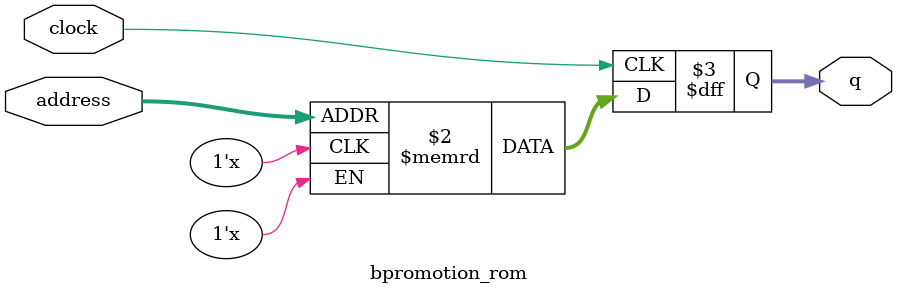
<source format=sv>
module bpromotion_rom (
	input logic clock,
	input logic [13:0] address,
	output logic [3:0] q
);

logic [3:0] memory [0:12099] /* synthesis ram_init_file = "./bpromotion/bpromotion.COE" */;

always_ff @ (posedge clock) begin
	q <= memory[address];
end

endmodule

</source>
